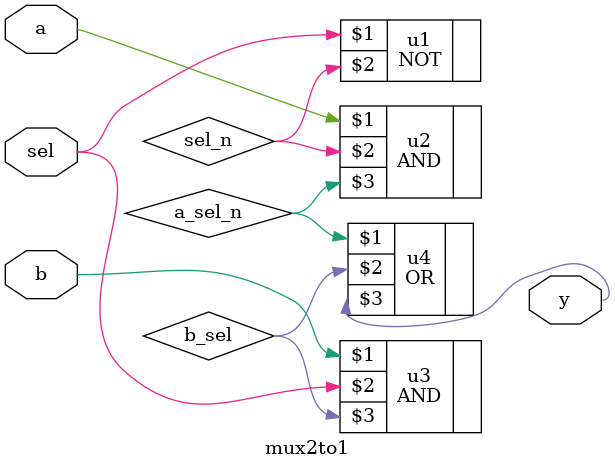
<source format=sv>
module mux2to1(a, b, sel, y);
  input logic a, b, sel;
  output logic y;

  logic sel_n, a_sel_n, b_sel;

  // Invert select signal
  NOT u1(sel, sel_n);

  // AND gates for selection
  AND u2(a, sel_n, a_sel_n);
  AND u3(b, sel, b_sel);

  // OR gate for output
  OR u4(a_sel_n, b_sel, y);
endmodule
</source>
